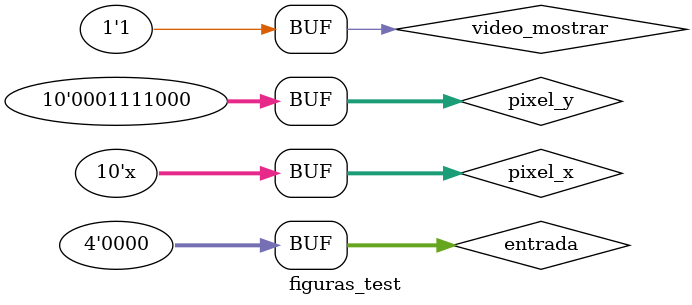
<source format=v>
`timescale 1ns / 1ps


module figuras_test;

	// Inputs
	reg video_mostrar;
	reg [3:0] entrada;
	reg [9:0] pixel_x;
	reg [9:0] pixel_y;

	// Outputs
	wire [2:0] salida_rgb;

	// Instantiate the Unit Under Test (UUT)
	figuras_Gato uut (
		.video_mostrar(video_mostrar), 
		.entrada(entrada), 
		.pixel_x(pixel_x), 
		.pixel_y(pixel_y), 
		.salida_rgb(salida_rgb)
	);

	initial begin
		// Initialize Inputs
		video_mostrar = 1;
		entrada = 0;
		pixel_x = 9'd160;
		pixel_y = 9'd120;

		// Wait 100 ns for global reset to finish
		#10;
		
        
		// Add stimulus here

	end
	
	always @ (*) begin
	#10
	pixel_x= pixel_x+1;
	#10
	pixel_x= pixel_x+1;
	#10
	pixel_x= pixel_x+1;
	#10
	pixel_x= pixel_x+1;
	#10
	pixel_x= pixel_x+1;
	#10
	pixel_x= pixel_x+1;
	#10
	pixel_x= pixel_x+1;
	#10
	pixel_x= pixel_x+1;
	#10
	pixel_x= pixel_x+1;
	#10
	pixel_x= pixel_x+1;
	#10
	pixel_x= pixel_x+1;
	#10
	pixel_x= pixel_x+1;
	#10
	pixel_x= pixel_x+1;
	#10
	pixel_x= pixel_x+1;
	#10
	pixel_x= pixel_x+1;
	#10
	pixel_x= pixel_x+1;
	#10
	pixel_x= pixel_x+1;
	#10
	pixel_x= pixel_x+1;
	#10
	pixel_x= pixel_x+1;
	#10
	pixel_x= pixel_x+1;
	#10
	pixel_x= pixel_x+1;
	#10
	pixel_x= pixel_x+1;
	#10
	pixel_x= pixel_x+1;
	#10
	pixel_x= pixel_x+1;
	#10
	pixel_x= pixel_x+1;
	#10
	pixel_x= pixel_x+1;
	#10
	pixel_x= pixel_x+1;
	#10
	pixel_x= pixel_x+1;
	end
      
endmodule


</source>
